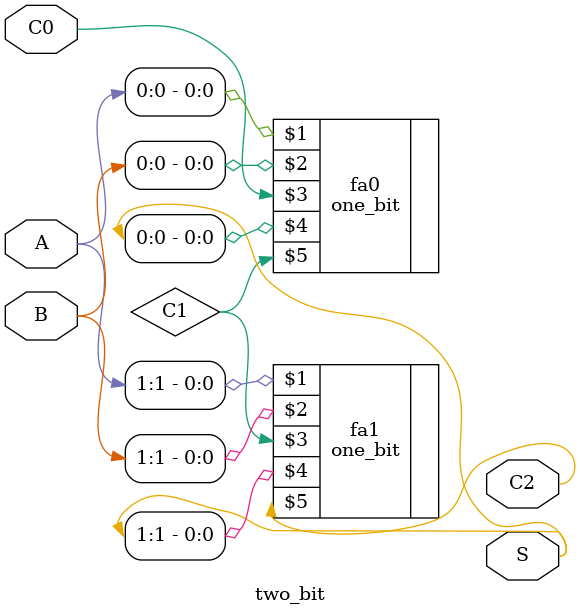
<source format=v>
`timescale 1ns / 1ps


module two_bit(
    input [1:0] A,
    input [1:0] B,
    input C0,
    output [1:0] S,
    output C2
    );
    
    wire C1;
    one_bit fa0 (A[0], B[0], C0, S[0], C1);
    one_bit fa1 (A[1], B[1], C1, S[1], C2);
endmodule

</source>
